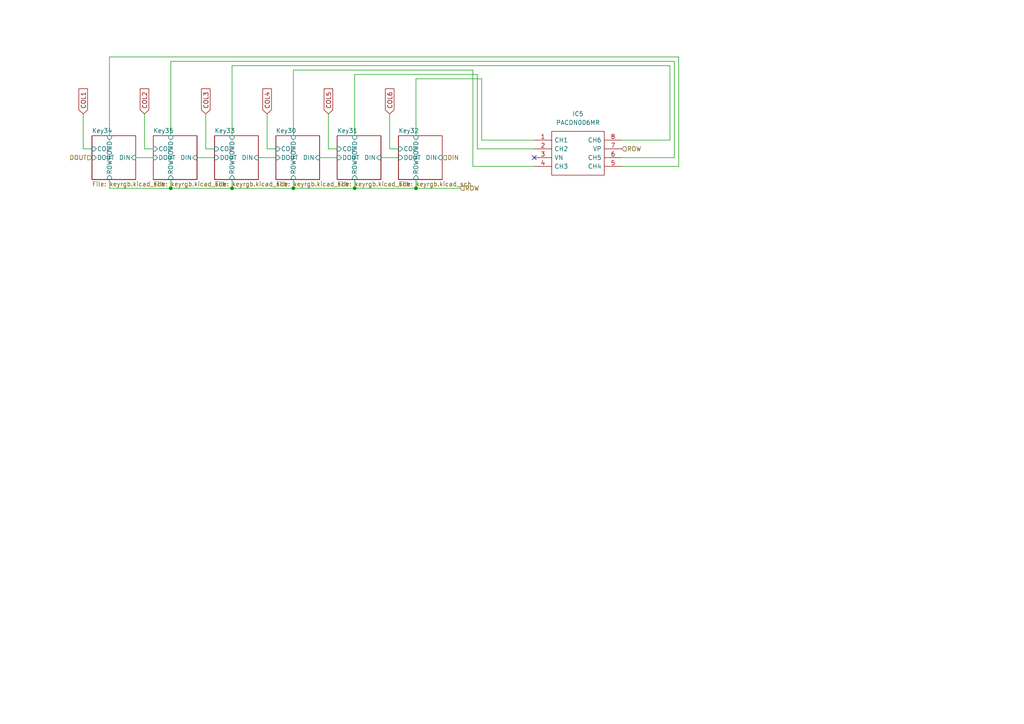
<source format=kicad_sch>
(kicad_sch (version 20211123) (generator eeschema)
  (paper "A4")
  (lib_symbols
    (symbol "SamacSys_Parts:PACDN006MR" (pin_names (offset 0.762))
      (property "Reference" "IC" (at 21.59 7.62 0))
      (property "Value" "PACDN006MR" (at 21.59 5.08 0))
      (symbol "PACDN006MR_0_0"
        (pin passive line (at 0 0 0) (length 5.08) (name "CH1") (number "1"))
        (pin passive line (at 0 -2.54 0) (length 5.08) (name "CH2") (number "2"))
        (pin passive line (at 0 -5.08 0) (length 5.08) (name "VN") (number "3"))
        (pin passive line (at 0 -7.62 0) (length 5.08) (name "CH3") (number "4"))
        (pin passive line (at 25.4 -7.62 180) (length 5.08) (name "CH4") (number "5"))
        (pin passive line (at 25.4 -5.08 180) (length 5.08) (name "CH5") (number "6"))
        (pin passive line (at 25.4 -2.54 180) (length 5.08) (name "VP") (number "7"))
        (pin passive line (at 25.4 0 180) (length 5.08) (name "CH6") (number "8"))
      )
      (symbol "PACDN006MR_0_1"
        (polyline (pts (xy 5.08 2.54) (xy 20.32 2.54) (xy 20.32 -10.16) (xy 5.08 -10.16) (xy 5.08 2.54)) (stroke (width 0.1524)))
      )
    )
  )
  (junction (at 120.65 54.61))
  (junction (at 67.31 54.61))
  (junction (at 85.09 54.61))
  (junction (at 102.87 54.61))
  (junction (at 49.53 54.61))
  (no_connect (at 154.94 45.72))
  (wire (pts (xy 138.43 43.18) (xy 138.43 21.59)))
  (wire (pts (xy 92.71 45.72) (xy 97.79 45.72)))
  (wire (pts (xy 74.93 45.72) (xy 80.01 45.72)))
  (wire (pts (xy 102.87 21.59) (xy 102.87 39.37)))
  (wire (pts (xy 31.75 54.61) (xy 49.53 54.61)))
  (wire (pts (xy 85.09 54.61) (xy 85.09 52.07)))
  (wire (pts (xy 137.16 48.26) (xy 154.94 48.26)))
  (wire (pts (xy 138.43 21.59) (xy 102.87 21.59)))
  (wire (pts (xy 120.65 54.61) (xy 133.35 54.61)))
  (wire (pts (xy 67.31 54.61) (xy 67.31 52.07)))
  (wire (pts (xy 59.69 43.18) (xy 62.23 43.18)))
  (wire (pts (xy 139.7 22.86) (xy 120.65 22.86)))
  (wire (pts (xy 24.13 43.18) (xy 26.67 43.18)))
  (wire (pts (xy 196.85 16.51) (xy 196.85 48.26)))
  (wire (pts (xy 137.16 20.32) (xy 137.16 48.26)))
  (wire (pts (xy 196.85 16.51) (xy 31.75 16.51)))
  (wire (pts (xy 180.34 48.26) (xy 196.85 48.26)))
  (wire (pts (xy 195.58 45.72) (xy 195.58 17.78)))
  (wire (pts (xy 49.53 54.61) (xy 67.31 54.61)))
  (wire (pts (xy 95.25 33.02) (xy 95.25 43.18)))
  (wire (pts (xy 120.65 54.61) (xy 120.65 52.07)))
  (wire (pts (xy 77.47 43.18) (xy 80.01 43.18)))
  (wire (pts (xy 85.09 54.61) (xy 102.87 54.61)))
  (wire (pts (xy 67.31 19.05) (xy 67.31 39.37)))
  (wire (pts (xy 57.15 45.72) (xy 62.23 45.72)))
  (wire (pts (xy 180.34 40.64) (xy 194.31 40.64)))
  (wire (pts (xy 49.53 54.61) (xy 49.53 52.07)))
  (wire (pts (xy 113.03 33.02) (xy 113.03 43.18)))
  (wire (pts (xy 41.91 43.18) (xy 44.45 43.18)))
  (wire (pts (xy 31.75 16.51) (xy 31.75 39.37)))
  (wire (pts (xy 102.87 54.61) (xy 102.87 52.07)))
  (wire (pts (xy 194.31 19.05) (xy 67.31 19.05)))
  (wire (pts (xy 137.16 20.32) (xy 85.09 20.32)))
  (wire (pts (xy 41.91 33.02) (xy 41.91 43.18)))
  (wire (pts (xy 110.49 45.72) (xy 115.57 45.72)))
  (wire (pts (xy 120.65 22.86) (xy 120.65 39.37)))
  (wire (pts (xy 139.7 40.64) (xy 154.94 40.64)))
  (wire (pts (xy 113.03 43.18) (xy 115.57 43.18)))
  (wire (pts (xy 139.7 22.86) (xy 139.7 40.64)))
  (wire (pts (xy 95.25 43.18) (xy 97.79 43.18)))
  (wire (pts (xy 59.69 33.02) (xy 59.69 43.18)))
  (wire (pts (xy 85.09 20.32) (xy 85.09 39.37)))
  (wire (pts (xy 195.58 17.78) (xy 49.53 17.78)))
  (wire (pts (xy 180.34 45.72) (xy 195.58 45.72)))
  (wire (pts (xy 31.75 52.07) (xy 31.75 54.61)))
  (wire (pts (xy 49.53 17.78) (xy 49.53 39.37)))
  (wire (pts (xy 39.37 45.72) (xy 44.45 45.72)))
  (wire (pts (xy 194.31 19.05) (xy 194.31 40.64)))
  (wire (pts (xy 138.43 43.18) (xy 154.94 43.18)))
  (wire (pts (xy 102.87 54.61) (xy 120.65 54.61)))
  (wire (pts (xy 67.31 54.61) (xy 85.09 54.61)))
  (wire (pts (xy 77.47 33.02) (xy 77.47 43.18)))
  (wire (pts (xy 24.13 33.02) (xy 24.13 43.18)))
  (global_label "COL1" (shape input) (at 24.13 33.02 90) (property "Intersheet References" "${INTERSHEET_REFS}" (effects hide)))
  (global_label "COL4" (shape input) (at 77.47 33.02 90) (property "Intersheet References" "${INTERSHEET_REFS}" (effects hide)))
  (global_label "COL3" (shape input) (at 59.69 33.02 90) (property "Intersheet References" "${INTERSHEET_REFS}" (effects hide)))
  (global_label "COL2" (shape input) (at 41.91 33.02 90) (property "Intersheet References" "${INTERSHEET_REFS}" (effects hide)))
  (global_label "COL5" (shape input) (at 95.25 33.02 90) (property "Intersheet References" "${INTERSHEET_REFS}" (effects hide)))
  (global_label "COL6" (shape input) (at 113.03 33.02 90) (property "Intersheet References" "${INTERSHEET_REFS}" (effects hide)))
  (hierarchical_label "ROW" (shape input) (at 180.34 43.18 0))
  (hierarchical_label "DOUT" (shape input) (at 26.67 45.72 180))
  (hierarchical_label "DIN" (shape input) (at 128.27 45.72 0))
  (hierarchical_label "ROW" (shape input) (at 133.35 54.61 0))
  (symbol (lib_id "SamacSys_Parts:PACDN006MR") (at 154.94 40.64 0)
    (property "Reference" "IC5" (at 167.64 33.02 0))
    (property "Value" "PACDN006MR" (at 167.64 35.56 0))
    (property "Footprint" "Stefan:SOP65P490X110-8N-reversible" (effects hide))
    (property "Datasheet" "https://componentsearchengine.com/Datasheets/1/PACDN006MR.pdf" (effects hide))
    (property "Description" "6-Channel ESD Protection Array" (effects hide))
    (property "Height" "1.1" (effects hide))
    (property "Mouser Part Number" "748-PACDN006MR" (effects hide))
    (property "Mouser Price/Stock" "https://www.mouser.com/Search/Refine.aspx?Keyword=748-PACDN006MR" (effects hide))
    (property "Manufacturer_Name" "ON Semiconductor" (effects hide))
    (property "Manufacturer_Part_Number" "PACDN006MR" (effects hide))
  )
  (sheet (at 115.57 39.37) (size 12.7 12.7) (stroke (width 0.1524))
    (property "Sheet name" "Key32" (at 115.57 38.6584 0) (effects (justify left bottom)))
    (property "Sheet file" "keyrgb.kicad_sch" (at 115.57 52.6546 0) (effects (justify left top)))
    (pin "COL" input (at 115.57 43.18 180))
    (pin "ROW" input (at 120.65 52.07 270))
    (pin "ROWD" input (at 120.65 39.37 90))
    (pin "DOUT" input (at 115.57 45.72 180))
    (pin "DIN" input (at 128.27 45.72 0))
  )
  (sheet (at 97.79 39.37) (size 12.7 12.7) (stroke (width 0.1524))
    (property "Sheet name" "Key31" (at 97.79 38.6584 0) (effects (justify left bottom)))
    (property "Sheet file" "keyrgb.kicad_sch" (at 97.79 52.6546 0) (effects (justify left top)))
    (pin "COL" input (at 97.79 43.18 180))
    (pin "ROW" input (at 102.87 52.07 270))
    (pin "ROWD" input (at 102.87 39.37 90))
    (pin "DOUT" input (at 97.79 45.72 180))
    (pin "DIN" input (at 110.49 45.72 0))
  )
  (sheet (at 62.23 39.37) (size 12.7 12.7) (stroke (width 0.1524))
    (property "Sheet name" "Key33" (at 62.23 38.6584 0) (effects (justify left bottom)))
    (property "Sheet file" "keyrgb.kicad_sch" (at 62.23 52.6546 0) (effects (justify left top)))
    (pin "COL" input (at 62.23 43.18 180))
    (pin "ROW" input (at 67.31 52.07 270))
    (pin "ROWD" input (at 67.31 39.37 90))
    (pin "DOUT" input (at 62.23 45.72 180))
    (pin "DIN" input (at 74.93 45.72 0))
  )
  (sheet (at 44.45 39.37) (size 12.7 12.7) (stroke (width 0.1524))
    (property "Sheet name" "Key35" (at 44.45 38.6584 0) (effects (justify left bottom)))
    (property "Sheet file" "keyrgb.kicad_sch" (at 44.45 52.6546 0) (effects (justify left top)))
    (pin "COL" input (at 44.45 43.18 180))
    (pin "ROW" input (at 49.53 52.07 270))
    (pin "ROWD" input (at 49.53 39.37 90))
    (pin "DOUT" input (at 44.45 45.72 180))
    (pin "DIN" input (at 57.15 45.72 0))
  )
  (sheet (at 26.67 39.37) (size 12.7 12.7) (stroke (width 0.1524))
    (property "Sheet name" "Key34" (at 26.67 38.6584 0) (effects (justify left bottom)))
    (property "Sheet file" "keyrgb.kicad_sch" (at 26.67 52.6546 0) (effects (justify left top)))
    (pin "COL" input (at 26.67 43.18 180))
    (pin "ROW" input (at 31.75 52.07 270))
    (pin "ROWD" input (at 31.75 39.37 90))
    (pin "DOUT" input (at 26.67 45.72 180))
    (pin "DIN" input (at 39.37 45.72 0))
  )
  (sheet (at 80.01 39.37) (size 12.7 12.7) (stroke (width 0.1524))
    (property "Sheet name" "Key30" (at 80.01 38.6584 0) (effects (justify left bottom)))
    (property "Sheet file" "keyrgb.kicad_sch" (at 80.01 52.6546 0) (effects (justify left top)))
    (pin "COL" input (at 80.01 43.18 180))
    (pin "ROW" input (at 85.09 52.07 270))
    (pin "ROWD" input (at 85.09 39.37 90))
    (pin "DOUT" input (at 80.01 45.72 180))
    (pin "DIN" input (at 92.71 45.72 0))
  )
)
</source>
